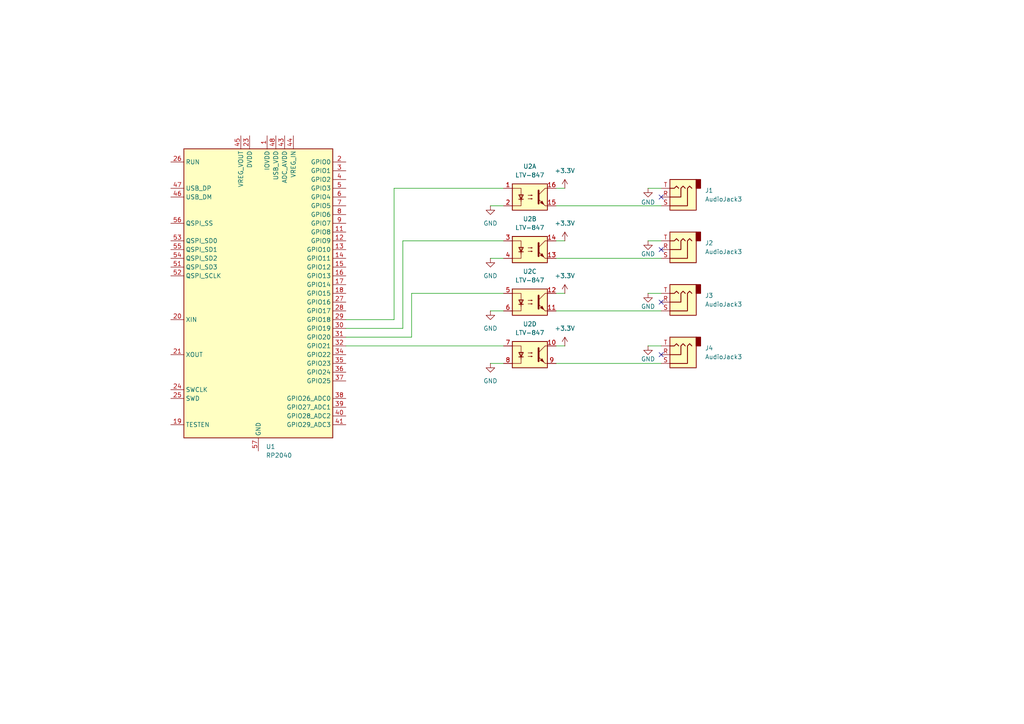
<source format=kicad_sch>
(kicad_sch (version 20231120) (generator "eeschema") (generator_version "8.0")
  (paper "A4")
  (lib_symbols
    (symbol "Connector_Audio:AudioJack3"
      (property "Reference" "J" (at 0 8.89 0))
      (property "Value" "AudioJack3" (at 0 6.35 0))
      (symbol "AudioJack3_0_1"
        (rectangle (start -5.08 -5.08) (end -6.35 -2.54) (stroke (width 0.254)) (fill (type outline)))
        (polyline (pts (xy 0 -2.54) (xy 0.635 -3.175) (xy 1.27 -2.54) (xy 2.54 -2.54)) (stroke (width 0.254)))
        (polyline (pts (xy -1.905 -2.54) (xy -1.27 -3.175) (xy -0.635 -2.54) (xy -0.635 0) (xy 2.54 0)) (stroke (width 0.254)))
        (polyline (pts (xy 2.54 2.54) (xy -2.54 2.54) (xy -2.54 -2.54) (xy -3.175 -3.175) (xy -3.81 -2.54)) (stroke (width 0.254)))
        (rectangle (start 2.54 3.81) (end -5.08 -5.08) (stroke (width 0.254)) (fill (type background)))
      )
      (symbol "AudioJack3_1_1"
        (pin passive line (at 5.08 0 180) (length 2.54) (name "~") (number "R"))
        (pin passive line (at 5.08 2.54 180) (length 2.54) (name "~") (number "S"))
        (pin passive line (at 5.08 -2.54 180) (length 2.54) (name "~") (number "T"))
      )
    )
    (symbol "Isolator:LTV-847" (pin_names (offset 1.016))
      (property "Reference" "U" (at -5.08 5.08 0))
      (property "Value" "LTV-847" (at 0 5.08 0))
      (symbol "LTV-847_0_1"
        (rectangle (start -5.08 3.81) (end 5.08 -3.81) (stroke (width 0.254)) (fill (type background)))
        (polyline (pts (xy -3.175 -0.635) (xy -1.905 -0.635)) (stroke (width 0.254)))
        (polyline (pts (xy 2.54 0.635) (xy 4.445 2.54)))
        (polyline (pts (xy 4.445 -2.54) (xy 2.54 -0.635)) (fill (type outline)))
        (polyline (pts (xy 4.445 -2.54) (xy 5.08 -2.54)))
        (polyline (pts (xy 4.445 2.54) (xy 5.08 2.54)))
        (polyline (pts (xy -2.54 -0.635) (xy -2.54 -2.54) (xy -5.08 -2.54)))
        (polyline (pts (xy 2.54 1.905) (xy 2.54 -1.905) (xy 2.54 -1.905)) (stroke (width 0.508)))
        (polyline (pts (xy -5.08 2.54) (xy -2.54 2.54) (xy -2.54 -1.27) (xy -2.54 0.635)))
        (polyline (pts (xy -2.54 -0.635) (xy -3.175 0.635) (xy -1.905 0.635) (xy -2.54 -0.635)) (stroke (width 0.254)))
        (polyline (pts (xy -0.508 -0.508) (xy 0.762 -0.508) (xy 0.381 -0.635) (xy 0.381 -0.381) (xy 0.762 -0.508)))
        (polyline (pts (xy -0.508 0.508) (xy 0.762 0.508) (xy 0.381 0.381) (xy 0.381 0.635) (xy 0.762 0.508)))
        (polyline (pts (xy 3.048 -1.651) (xy 3.556 -1.143) (xy 4.064 -2.159) (xy 3.048 -1.651) (xy 3.048 -1.651)) (fill (type outline)))
      )
      (symbol "LTV-847_1_1"
        (pin passive line (at -7.62 2.54 0) (length 2.54) (name "~") (number "1"))
        (pin passive line (at 7.62 -2.54 180) (length 2.54) (name "~") (number "15"))
        (pin passive line (at 7.62 2.54 180) (length 2.54) (name "~") (number "16"))
        (pin passive line (at -7.62 -2.54 0) (length 2.54) (name "~") (number "2"))
      )
      (symbol "LTV-847_2_1"
        (pin passive line (at 7.62 -2.54 180) (length 2.54) (name "~") (number "13"))
        (pin passive line (at 7.62 2.54 180) (length 2.54) (name "~") (number "14"))
        (pin passive line (at -7.62 2.54 0) (length 2.54) (name "~") (number "3"))
        (pin passive line (at -7.62 -2.54 0) (length 2.54) (name "~") (number "4"))
      )
      (symbol "LTV-847_3_1"
        (pin passive line (at 7.62 -2.54 180) (length 2.54) (name "~") (number "11"))
        (pin passive line (at 7.62 2.54 180) (length 2.54) (name "~") (number "12"))
        (pin passive line (at -7.62 2.54 0) (length 2.54) (name "~") (number "5"))
        (pin passive line (at -7.62 -2.54 0) (length 2.54) (name "~") (number "6"))
      )
      (symbol "LTV-847_4_1"
        (pin passive line (at 7.62 2.54 180) (length 2.54) (name "~") (number "10"))
        (pin passive line (at -7.62 2.54 0) (length 2.54) (name "~") (number "7"))
        (pin passive line (at -7.62 -2.54 0) (length 2.54) (name "~") (number "8"))
        (pin passive line (at 7.62 -2.54 180) (length 2.54) (name "~") (number "9"))
      )
    )
    (symbol "MCU_RaspberryPi:RP2040"
      (property "Reference" "U" (at 17.78 45.72 0))
      (property "Value" "RP2040" (at 17.78 43.18 0))
      (symbol "RP2040_0_1"
        (rectangle (start -21.59 41.91) (end 21.59 -41.91) (stroke (width 0.254)) (fill (type background)))
      )
      (symbol "RP2040_1_1"
        (pin power_in line (at 2.54 45.72 270) (length 3.81) (name "IOVDD") (number "1"))
        (pin passive line (at 2.54 45.72 270) (length 3.81) hide (name "IOVDD") (number "10"))
        (pin bidirectional line (at 25.4 17.78 180) (length 3.81) (name "GPIO8") (number "11"))
        (pin bidirectional line (at 25.4 15.24 180) (length 3.81) (name "GPIO9") (number "12"))
        (pin bidirectional line (at 25.4 12.7 180) (length 3.81) (name "GPIO10") (number "13"))
        (pin bidirectional line (at 25.4 10.16 180) (length 3.81) (name "GPIO11") (number "14"))
        (pin bidirectional line (at 25.4 7.62 180) (length 3.81) (name "GPIO12") (number "15"))
        (pin bidirectional line (at 25.4 5.08 180) (length 3.81) (name "GPIO13") (number "16"))
        (pin bidirectional line (at 25.4 2.54 180) (length 3.81) (name "GPIO14") (number "17"))
        (pin bidirectional line (at 25.4 0 180) (length 3.81) (name "GPIO15") (number "18"))
        (pin input line (at -25.4 -38.1 0) (length 3.81) (name "TESTEN") (number "19"))
        (pin bidirectional line (at 25.4 38.1 180) (length 3.81) (name "GPIO0") (number "2"))
        (pin input line (at -25.4 -7.62 0) (length 3.81) (name "XIN") (number "20"))
        (pin passive line (at -25.4 -17.78 0) (length 3.81) (name "XOUT") (number "21"))
        (pin passive line (at 2.54 45.72 270) (length 3.81) hide (name "IOVDD") (number "22"))
        (pin power_in line (at -2.54 45.72 270) (length 3.81) (name "DVDD") (number "23"))
        (pin input line (at -25.4 -27.94 0) (length 3.81) (name "SWCLK") (number "24"))
        (pin bidirectional line (at -25.4 -30.48 0) (length 3.81) (name "SWD") (number "25"))
        (pin input line (at -25.4 38.1 0) (length 3.81) (name "RUN") (number "26"))
        (pin bidirectional line (at 25.4 -2.54 180) (length 3.81) (name "GPIO16") (number "27"))
        (pin bidirectional line (at 25.4 -5.08 180) (length 3.81) (name "GPIO17") (number "28"))
        (pin bidirectional line (at 25.4 -7.62 180) (length 3.81) (name "GPIO18") (number "29"))
        (pin bidirectional line (at 25.4 35.56 180) (length 3.81) (name "GPIO1") (number "3"))
        (pin bidirectional line (at 25.4 -10.16 180) (length 3.81) (name "GPIO19") (number "30"))
        (pin bidirectional line (at 25.4 -12.7 180) (length 3.81) (name "GPIO20") (number "31"))
        (pin bidirectional line (at 25.4 -15.24 180) (length 3.81) (name "GPIO21") (number "32"))
        (pin passive line (at 2.54 45.72 270) (length 3.81) hide (name "IOVDD") (number "33"))
        (pin bidirectional line (at 25.4 -17.78 180) (length 3.81) (name "GPIO22") (number "34"))
        (pin bidirectional line (at 25.4 -20.32 180) (length 3.81) (name "GPIO23") (number "35"))
        (pin bidirectional line (at 25.4 -22.86 180) (length 3.81) (name "GPIO24") (number "36"))
        (pin bidirectional line (at 25.4 -25.4 180) (length 3.81) (name "GPIO25") (number "37"))
        (pin bidirectional line (at 25.4 -30.48 180) (length 3.81) (name "GPIO26_ADC0") (number "38"))
        (pin bidirectional line (at 25.4 -33.02 180) (length 3.81) (name "GPIO27_ADC1") (number "39"))
        (pin bidirectional line (at 25.4 33.02 180) (length 3.81) (name "GPIO2") (number "4"))
        (pin bidirectional line (at 25.4 -35.56 180) (length 3.81) (name "GPIO28_ADC2") (number "40"))
        (pin bidirectional line (at 25.4 -38.1 180) (length 3.81) (name "GPIO29_ADC3") (number "41"))
        (pin passive line (at 2.54 45.72 270) (length 3.81) hide (name "IOVDD") (number "42"))
        (pin power_in line (at 7.62 45.72 270) (length 3.81) (name "ADC_AVDD") (number "43"))
        (pin power_in line (at 10.16 45.72 270) (length 3.81) (name "VREG_IN") (number "44"))
        (pin power_out line (at -5.08 45.72 270) (length 3.81) (name "VREG_VOUT") (number "45"))
        (pin bidirectional line (at -25.4 27.94 0) (length 3.81) (name "USB_DM") (number "46"))
        (pin bidirectional line (at -25.4 30.48 0) (length 3.81) (name "USB_DP") (number "47"))
        (pin power_in line (at 5.08 45.72 270) (length 3.81) (name "USB_VDD") (number "48"))
        (pin passive line (at 2.54 45.72 270) (length 3.81) hide (name "IOVDD") (number "49"))
        (pin bidirectional line (at 25.4 30.48 180) (length 3.81) (name "GPIO3") (number "5"))
        (pin passive line (at -2.54 45.72 270) (length 3.81) hide (name "DVDD") (number "50"))
        (pin bidirectional line (at -25.4 7.62 0) (length 3.81) (name "QSPI_SD3") (number "51"))
        (pin output line (at -25.4 5.08 0) (length 3.81) (name "QSPI_SCLK") (number "52"))
        (pin bidirectional line (at -25.4 15.24 0) (length 3.81) (name "QSPI_SD0") (number "53"))
        (pin bidirectional line (at -25.4 10.16 0) (length 3.81) (name "QSPI_SD2") (number "54"))
        (pin bidirectional line (at -25.4 12.7 0) (length 3.81) (name "QSPI_SD1") (number "55"))
        (pin bidirectional line (at -25.4 20.32 0) (length 3.81) (name "QSPI_SS") (number "56"))
        (pin power_in line (at 0 -45.72 90) (length 3.81) (name "GND") (number "57"))
        (pin bidirectional line (at 25.4 27.94 180) (length 3.81) (name "GPIO4") (number "6"))
        (pin bidirectional line (at 25.4 25.4 180) (length 3.81) (name "GPIO5") (number "7"))
        (pin bidirectional line (at 25.4 22.86 180) (length 3.81) (name "GPIO6") (number "8"))
        (pin bidirectional line (at 25.4 20.32 180) (length 3.81) (name "GPIO7") (number "9"))
      )
    )
    (symbol "power:+3.3V" (power) (pin_numbers hide) (pin_names (offset 0) hide)
      (property "Value" "+3.3V" (at 0 3.556 0))
      (symbol "+3.3V_0_1"
        (polyline (pts (xy -0.762 1.27) (xy 0 2.54)))
        (polyline (pts (xy 0 0) (xy 0 2.54)))
        (polyline (pts (xy 0 2.54) (xy 0.762 1.27)))
      )
      (symbol "+3.3V_1_1"
        (pin power_in line (at 0 0 90) (length 0) (name "~") (number "1"))
      )
    )
    (symbol "power:GND" (power) (pin_numbers hide) (pin_names (offset 0) hide)
      (property "Value" "GND" (at 0 -3.81 0))
      (symbol "GND_0_1"
        (polyline (pts (xy 0 0) (xy 0 -1.27) (xy 1.27 -1.27) (xy 0 -2.54) (xy -1.27 -1.27) (xy 0 -1.27)))
      )
      (symbol "GND_1_1"
        (pin power_in line (at 0 0 270) (length 0) (name "~") (number "1"))
      )
    )
  )
  (no_connect (at 191.77 72.39))
  (no_connect (at 191.77 57.15))
  (no_connect (at 191.77 102.87))
  (no_connect (at 191.77 87.63))
  (wire (pts (xy 161.29 90.17) (xy 191.77 90.17)))
  (wire (pts (xy 161.29 105.41) (xy 191.77 105.41)))
  (wire (pts (xy 100.33 92.71) (xy 114.3 92.71)))
  (wire (pts (xy 116.84 95.25) (xy 116.84 69.85)))
  (wire (pts (xy 142.24 105.41) (xy 146.05 105.41)))
  (wire (pts (xy 100.33 100.33) (xy 146.05 100.33)))
  (wire (pts (xy 119.38 85.09) (xy 146.05 85.09)))
  (wire (pts (xy 161.29 59.69) (xy 191.77 59.69)))
  (wire (pts (xy 142.24 74.93) (xy 146.05 74.93)))
  (wire (pts (xy 161.29 74.93) (xy 191.77 74.93)))
  (wire (pts (xy 161.29 100.33) (xy 163.83 100.33)))
  (wire (pts (xy 187.96 54.61) (xy 191.77 54.61)))
  (wire (pts (xy 100.33 95.25) (xy 116.84 95.25)))
  (wire (pts (xy 161.29 69.85) (xy 163.83 69.85)))
  (wire (pts (xy 100.33 97.79) (xy 119.38 97.79)))
  (wire (pts (xy 114.3 54.61) (xy 146.05 54.61)))
  (wire (pts (xy 114.3 92.71) (xy 114.3 54.61)))
  (wire (pts (xy 187.96 69.85) (xy 191.77 69.85)))
  (wire (pts (xy 161.29 85.09) (xy 163.83 85.09)))
  (wire (pts (xy 119.38 97.79) (xy 119.38 85.09)))
  (wire (pts (xy 187.96 85.09) (xy 191.77 85.09)))
  (wire (pts (xy 116.84 69.85) (xy 146.05 69.85)))
  (wire (pts (xy 161.29 54.61) (xy 163.83 54.61)))
  (wire (pts (xy 142.24 90.17) (xy 146.05 90.17)))
  (wire (pts (xy 142.24 59.69) (xy 146.05 59.69)))
  (wire (pts (xy 187.96 100.33) (xy 191.77 100.33)))
  (symbol (lib_id "power:GND") (at 142.24 74.93 0) (unit 1)
    (property "Reference" "#PWR010" (effects (hide yes)))
    (property "Value" "GND" (at 142.24 80.01 0))
    (property "Description" "Power symbol creates a global label with name \"GND\" , ground" (effects (hide yes)))
  )
  (symbol (lib_id "Isolator:LTV-847") (at 153.67 57.15 0) (unit 1)
    (property "Reference" "U2" (at 153.67 48.26 0))
    (property "Value" "LTV-847" (at 153.67 50.8 0))
    (property "Footprint" "Package_DIP:DIP-6_W7.62mm_Socket" (effects (hide yes)))
    (property "Datasheet" "http://optoelectronics.liteon.com/upload/download/DS-70-96-0016/LTV-8X7%20series.PDF" (effects (hide yes)))
    (property "Description" "Quad DC Optocoupler, Vce 35V, CTR 50%, DIP-16" (effects (hide yes)))
  )
  (symbol (lib_id "power:+3.3V") (at 163.83 54.61 0) (unit 1)
    (property "Reference" "#PWR01" (effects (hide yes)))
    (property "Value" "+3.3V" (at 163.83 49.53 0))
    (property "Description" "Power symbol creates a global label with name \"+3.3V\"" (effects (hide yes)))
  )
  (symbol (lib_id "power:GND") (at 142.24 59.69 0) (unit 1)
    (property "Reference" "#PWR09" (effects (hide yes)))
    (property "Value" "GND" (at 142.24 64.77 0))
    (property "Description" "Power symbol creates a global label with name \"GND\" , ground" (effects (hide yes)))
  )
  (symbol (lib_id "Connector_Audio:AudioJack3") (at 196.85 102.87 180) (unit 1)
    (property "Reference" "J4" (at 204.47 100.9649 0) (effects (justify right)))
    (property "Value" "AudioJack3" (at 204.47 103.5049 0) (effects (justify right)))
    (property "Description" "Audio Jack, 3 Poles (Stereo / TRS)" (effects (hide yes)))
  )
  (symbol (lib_id "power:GND") (at 142.24 90.17 0) (unit 1)
    (property "Reference" "#PWR011" (effects (hide yes)))
    (property "Value" "GND" (at 142.24 95.25 0))
    (property "Description" "Power symbol creates a global label with name \"GND\" , ground" (effects (hide yes)))
  )
  (symbol (lib_id "MCU_RaspberryPi:RP2040") (at 74.93 85.09 0) (unit 1)
    (property "Reference" "U1" (at 77.1241 129.54 0) (effects (justify left)))
    (property "Value" "RP2040" (at 77.1241 132.08 0) (effects (justify left)))
    (property "Footprint" "Package_DFN_QFN:QFN-56-1EP_7x7mm_P0.4mm_EP3.2x3.2mm" (effects (hide yes)))
    (property "Datasheet" "https://datasheets.raspberrypi.com/rp2040/rp2040-datasheet.pdf" (effects (hide yes)))
    (property "Description" "A microcontroller by Raspberry Pi" (effects (hide yes)))
  )
  (symbol (lib_id "power:GND") (at 187.96 69.85 0) (unit 1)
    (property "Reference" "#PWR06" (effects (hide yes)))
    (property "Value" "GND" (at 187.96 73.66 0))
    (property "Description" "Power symbol creates a global label with name \"GND\" , ground" (effects (hide yes)))
  )
  (symbol (lib_id "Connector_Audio:AudioJack3") (at 196.85 72.39 180) (unit 1)
    (property "Reference" "J2" (at 204.47 70.4849 0) (effects (justify right)))
    (property "Value" "AudioJack3" (at 204.47 73.0249 0) (effects (justify right)))
    (property "Description" "Audio Jack, 3 Poles (Stereo / TRS)" (effects (hide yes)))
  )
  (symbol (lib_id "power:+3.3V") (at 163.83 85.09 0) (unit 1)
    (property "Reference" "#PWR03" (effects (hide yes)))
    (property "Value" "+3.3V" (at 163.83 80.01 0))
    (property "Description" "Power symbol creates a global label with name \"+3.3V\"" (effects (hide yes)))
  )
  (symbol (lib_id "power:GND") (at 187.96 54.61 0) (unit 1)
    (property "Reference" "#PWR05" (effects (hide yes)))
    (property "Value" "GND" (at 187.96 58.674 0))
    (property "Description" "Power symbol creates a global label with name \"GND\" , ground" (effects (hide yes)))
  )
  (symbol (lib_id "power:GND") (at 187.96 100.33 0) (unit 1)
    (property "Reference" "#PWR08" (effects (hide yes)))
    (property "Value" "GND" (at 187.96 104.14 0))
    (property "Description" "Power symbol creates a global label with name \"GND\" , ground" (effects (hide yes)))
  )
  (symbol (lib_id "Connector_Audio:AudioJack3") (at 196.85 57.15 180) (unit 1)
    (property "Reference" "J1" (at 204.47 55.2449 0) (effects (justify right)))
    (property "Value" "AudioJack3" (at 204.47 57.7849 0) (effects (justify right)))
    (property "Description" "Audio Jack, 3 Poles (Stereo / TRS)" (effects (hide yes)))
  )
  (symbol (lib_id "power:GND") (at 142.24 105.41 0) (unit 1)
    (property "Reference" "#PWR012" (effects (hide yes)))
    (property "Value" "GND" (at 142.24 110.49 0))
    (property "Description" "Power symbol creates a global label with name \"GND\" , ground" (effects (hide yes)))
  )
  (symbol (lib_id "Connector_Audio:AudioJack3") (at 196.85 87.63 180) (unit 1)
    (property "Reference" "J3" (at 204.47 85.7249 0) (effects (justify right)))
    (property "Value" "AudioJack3" (at 204.47 88.2649 0) (effects (justify right)))
    (property "Description" "Audio Jack, 3 Poles (Stereo / TRS)" (effects (hide yes)))
  )
  (symbol (lib_id "power:+3.3V") (at 163.83 100.33 0) (unit 1)
    (property "Reference" "#PWR04" (effects (hide yes)))
    (property "Value" "+3.3V" (at 163.83 95.25 0))
    (property "Description" "Power symbol creates a global label with name \"+3.3V\"" (effects (hide yes)))
  )
  (symbol (lib_id "Isolator:LTV-847") (at 153.67 72.39 0) (unit 2)
    (property "Reference" "U2" (at 153.67 63.5 0))
    (property "Value" "LTV-847" (at 153.67 66.04 0))
    (property "Footprint" "Package_DIP:DIP-6_W7.62mm_Socket" (effects (hide yes)))
    (property "Datasheet" "http://optoelectronics.liteon.com/upload/download/DS-70-96-0016/LTV-8X7%20series.PDF" (effects (hide yes)))
    (property "Description" "Quad DC Optocoupler, Vce 35V, CTR 50%, DIP-16" (effects (hide yes)))
  )
  (symbol (lib_id "power:GND") (at 187.96 85.09 0) (unit 1)
    (property "Reference" "#PWR07" (effects (hide yes)))
    (property "Value" "GND" (at 187.96 88.9 0))
    (property "Description" "Power symbol creates a global label with name \"GND\" , ground" (effects (hide yes)))
  )
  (symbol (lib_id "power:+3.3V") (at 163.83 69.85 0) (unit 1)
    (property "Reference" "#PWR02" (effects (hide yes)))
    (property "Value" "+3.3V" (at 163.83 64.77 0))
    (property "Description" "Power symbol creates a global label with name \"+3.3V\"" (effects (hide yes)))
  )
  (symbol (lib_id "Isolator:LTV-847") (at 153.67 102.87 0) (unit 4)
    (property "Reference" "U2" (at 153.67 93.98 0))
    (property "Value" "LTV-847" (at 153.67 96.52 0))
    (property "Footprint" "Package_DIP:DIP-6_W7.62mm_Socket" (effects (hide yes)))
    (property "Datasheet" "http://optoelectronics.liteon.com/upload/download/DS-70-96-0016/LTV-8X7%20series.PDF" (effects (hide yes)))
    (property "Description" "Quad DC Optocoupler, Vce 35V, CTR 50%, DIP-16" (effects (hide yes)))
  )
  (symbol (lib_id "Isolator:LTV-847") (at 153.67 87.63 0) (unit 3)
    (property "Reference" "U2" (at 153.67 78.74 0))
    (property "Value" "LTV-847" (at 153.67 81.28 0))
    (property "Footprint" "Package_DIP:DIP-6_W7.62mm_Socket" (effects (hide yes)))
    (property "Datasheet" "http://optoelectronics.liteon.com/upload/download/DS-70-96-0016/LTV-8X7%20series.PDF" (effects (hide yes)))
    (property "Description" "Quad DC Optocoupler, Vce 35V, CTR 50%, DIP-16" (effects (hide yes)))
  )
)
</source>
